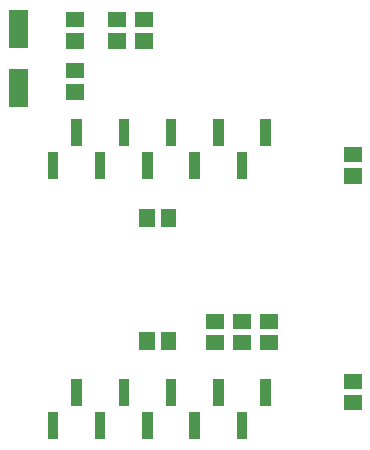
<source format=gbr>
G04 start of page 10 for group -4015 idx -4015 *
G04 Title: (unknown), toppaste *
G04 Creator: pcb 4.0.2 *
G04 CreationDate: Sat May 14 18:14:31 2022 UTC *
G04 For: railfan *
G04 Format: Gerber/RS-274X *
G04 PCB-Dimensions (mil): 2800.00 1800.00 *
G04 PCB-Coordinate-Origin: lower left *
%MOIN*%
%FSLAX25Y25*%
%LNTOPPASTE*%
%ADD47C,0.0001*%
G54D47*G36*
X144650Y160642D02*X138350D01*
Y148043D01*
X144650D01*
Y160642D01*
G37*
G36*
Y140957D02*X138350D01*
Y128358D01*
X144650D01*
Y140957D01*
G37*
G36*
X180548Y160102D02*Y154984D01*
X186452D01*
Y160102D01*
X180548D01*
G37*
G36*
Y153016D02*Y147898D01*
X186452D01*
Y153016D01*
X180548D01*
G37*
G36*
X171548Y160102D02*Y154984D01*
X177452D01*
Y160102D01*
X171548D01*
G37*
G36*
Y153016D02*Y147898D01*
X177452D01*
Y153016D01*
X171548D01*
G37*
G36*
X157548Y136016D02*Y130898D01*
X163452D01*
Y136016D01*
X157548D01*
G37*
G36*
Y143102D02*Y137984D01*
X163452D01*
Y143102D01*
X157548D01*
G37*
G36*
Y153016D02*Y147898D01*
X163452D01*
Y153016D01*
X157548D01*
G37*
G36*
Y160102D02*Y154984D01*
X163452D01*
Y160102D01*
X157548D01*
G37*
G36*
X222048Y59602D02*Y54484D01*
X227952D01*
Y59602D01*
X222048D01*
G37*
G36*
Y52516D02*Y47398D01*
X227952D01*
Y52516D01*
X222048D01*
G37*
G36*
X213048Y59602D02*Y54484D01*
X218952D01*
Y59602D01*
X213048D01*
G37*
G36*
Y52516D02*Y47398D01*
X218952D01*
Y52516D01*
X213048D01*
G37*
G36*
X204048Y59602D02*Y54484D01*
X209952D01*
Y59602D01*
X204048D01*
G37*
G36*
Y52516D02*Y47398D01*
X209952D01*
Y52516D01*
X204048D01*
G37*
G36*
X186973Y94452D02*X181855D01*
Y88548D01*
X186973D01*
Y94452D01*
G37*
G36*
X194059D02*X188941D01*
Y88548D01*
X194059D01*
Y94452D01*
G37*
G36*
X187016Y53452D02*X181898D01*
Y47548D01*
X187016D01*
Y53452D01*
G37*
G36*
X194102D02*X188984D01*
Y47548D01*
X194102D01*
Y53452D01*
G37*
G36*
X250048Y108016D02*Y102898D01*
X255952D01*
Y108016D01*
X250048D01*
G37*
G36*
Y115102D02*Y109984D01*
X255952D01*
Y115102D01*
X250048D01*
G37*
G36*
X250005Y39602D02*Y34484D01*
X255909D01*
Y39602D01*
X250005D01*
G37*
G36*
Y32516D02*Y27398D01*
X255909D01*
Y32516D01*
X250005D01*
G37*
G36*
X225685Y124307D02*X222181D01*
Y115291D01*
X225685D01*
Y124307D01*
G37*
G36*
X209937D02*X206433D01*
Y115291D01*
X209937D01*
Y124307D01*
G37*
G36*
X194189D02*X190685D01*
Y115291D01*
X194189D01*
Y124307D01*
G37*
G36*
X178441D02*X174937D01*
Y115291D01*
X178441D01*
Y124307D01*
G37*
G36*
X162693D02*X159189D01*
Y115291D01*
X162693D01*
Y124307D01*
G37*
G36*
X154819Y113323D02*X151315D01*
Y104307D01*
X154819D01*
Y113323D01*
G37*
G36*
X170567D02*X167063D01*
Y104307D01*
X170567D01*
Y113323D01*
G37*
G36*
X186315D02*X182811D01*
Y104307D01*
X186315D01*
Y113323D01*
G37*
G36*
X202063D02*X198559D01*
Y104307D01*
X202063D01*
Y113323D01*
G37*
G36*
X217811D02*X214307D01*
Y104307D01*
X217811D01*
Y113323D01*
G37*
G36*
X225685Y37693D02*X222181D01*
Y28677D01*
X225685D01*
Y37693D01*
G37*
G36*
X209937D02*X206433D01*
Y28677D01*
X209937D01*
Y37693D01*
G37*
G36*
X194189D02*X190685D01*
Y28677D01*
X194189D01*
Y37693D01*
G37*
G36*
X178441D02*X174937D01*
Y28677D01*
X178441D01*
Y37693D01*
G37*
G36*
X162693D02*X159189D01*
Y28677D01*
X162693D01*
Y37693D01*
G37*
G36*
X154819Y26709D02*X151315D01*
Y17693D01*
X154819D01*
Y26709D01*
G37*
G36*
X170567D02*X167063D01*
Y17693D01*
X170567D01*
Y26709D01*
G37*
G36*
X186315D02*X182811D01*
Y17693D01*
X186315D01*
Y26709D01*
G37*
G36*
X202063D02*X198559D01*
Y17693D01*
X202063D01*
Y26709D01*
G37*
G36*
X217811D02*X214307D01*
Y17693D01*
X217811D01*
Y26709D01*
G37*
M02*

</source>
